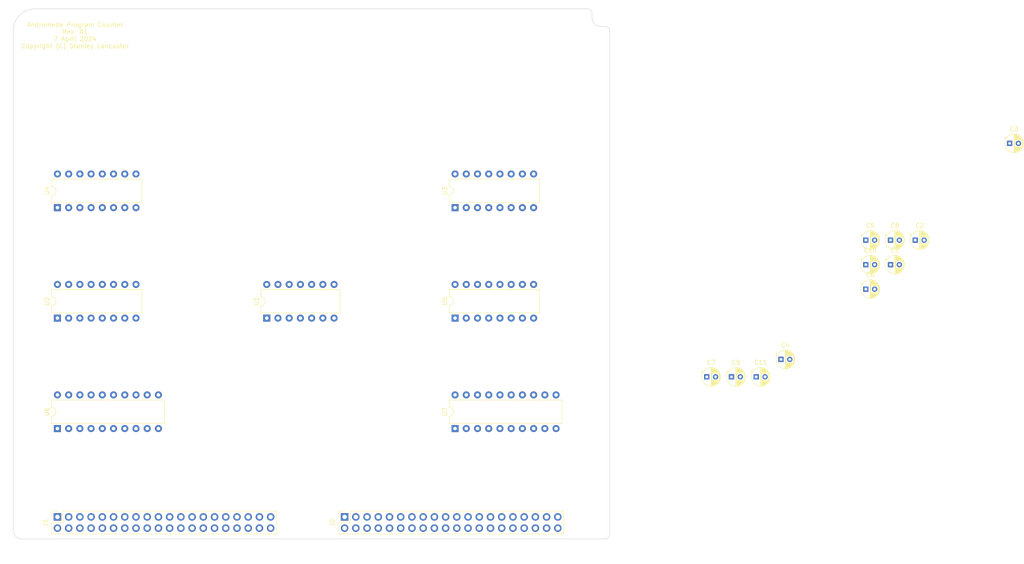
<source format=kicad_pcb>
(kicad_pcb (version 20211014) (generator pcbnew)
  (layers (0 "F.Cu" signal) (31 "B.Cu" signal) (34 "B.Paste" user) (35 "F.Paste" user) (36 "B.SilkS" user "B.Silkscreen") (37 "F.SilkS" user "F.Silkscreen") (38 "B.Mask" user) (39 "F.Mask" user) (44 "Edge.Cuts" user))
  (net 0 "")
  (net 1 "VCC")
  (net 2 "GND")
  (net 3 "/A2 (IR0)")
  (net 4 "/A39 (D0)")
  (net 5 "/A3 (IR1)")
  (net 6 "/A38 (D1)")
  (net 7 "/A4 (IR2)")
  (net 8 "/A37 (D2)")
  (net 9 "/A5 (IR3)")
  (net 10 "/A36 (D3)")
  (net 11 "/A6 (IR4)")
  (net 12 "/A35 (D4)")
  (net 13 "/A7 (IR5)")
  (net 14 "/A34 (D5)")
  (net 15 "/A8 (IR6)")
  (net 16 "/A33 (D6)")
  (net 17 "/A9 (IR7)")
  (net 18 "/A32 (D7)")
  (net 19 "/A10")
  (net 20 "/A31 (D8)")
  (net 21 "/A11")
  (net 22 "/A30 (D9)")
  (net 23 "/A12")
  (net 24 "/A29 (D10)")
  (net 25 "/A13")
  (net 26 "/A28 (D11)")
  (net 27 "/A14")
  (net 28 "/A27 (D12)")
  (net 29 "/A15 (IR.OUT.OE.INV)")
  (net 30 "/A26 (D13)")
  (net 31 "/A16 (IR.OUT.SE.INV)")
  (net 32 "/A25 (D14)")
  (net 33 "/A17 (IR.INP.INV)")
  (net 34 "/A24 (D15)")
  (net 35 "/A18 (ACC.OUT.INV)")
  (net 36 "/A23 (RST.INV)")
  (net 37 "/A19 (ACC.INP.INV)")
  (net 38 "/A22 (RST)")
  (net 39 "/B2 (PC.CNT)")
  (net 40 "/B39 (CLK.INV)")
  (net 41 "/B3 (PC.LD)")
  (net 42 "/B38")
  (net 43 "/B4 (PC.COND)")
  (net 44 "/B37")
  (net 45 "/B5 (PC.LDC)")
  (net 46 "/B36")
  (net 47 "/B6 (PC.OUT)")
  (net 48 "/B35")
  (net 49 "/B7")
  (net 50 "/B34")
  (net 51 "/B8")
  (net 52 "/B33")
  (net 53 "/B9")
  (net 54 "/B32")
  (net 55 "/B10")
  (net 56 "/B31")
  (net 57 "/B11")
  (net 58 "/B30")
  (net 59 "/B12")
  (net 60 "/B29")
  (net 61 "/B13")
  (net 62 "/B28")
  (net 63 "/B14")
  (net 64 "/B27")
  (net 65 "/B15")
  (net 66 "/B26")
  (net 67 "/B16")
  (net 68 "/B25")
  (net 69 "/B17")
  (net 70 "/B24")
  (net 71 "/B18")
  (net 72 "/B23")
  (net 73 "/B19")
  (net 74 "/B22 (CLK)")
  (net 75 "Net-(U1-Pad1)")
  (net 76 "/LD")
  (net 77 "Net-(U1-Pad10)")
  (net 78 "Net-(U1-Pad11)")
  (net 79 "/PC3")
  (net 80 "/PC2")
  (net 81 "/PC1")
  (net 82 "/PC0")
  (net 83 "Net-(U2-Pad15)")
  (net 84 "Net-(U3-Pad10)")
  (net 85 "/P11")
  (net 86 "/P10")
  (net 87 "/P9")
  (net 88 "/P8")
  (net 89 "Net-(U3-Pad15)")
  (net 90 "/PC7")
  (net 91 "/PC6")
  (net 92 "/PC5")
  (net 93 "/PC4")
  (net 94 "/P15")
  (net 95 "/P14")
  (net 96 "/P13")
  (net 97 "/P12")
  (footprint "Package_DIP:DIP-16_W7.62mm" (layer "F.Cu") (at 155 105 90)
    (fp_text reference "U5" (at 3.81 -2.33 90) (layer "F.SilkS"))
    (fp_text value "74LS161")
    (pad "1" thru_hole rect (at 0 0 90) (size 1.6 1.6) (drill 0.8) (layers *.Cu *.Mask) (net 36 "/A23 (RST.INV)"))
    (pad "2" thru_hole oval (at 0 2.54 90) (size 1.6 1.6) (drill 0.8) (layers *.Cu *.Mask) (net 74 "/B22 (CLK)"))
    (pad "3" thru_hole oval (at 0 5.08 90) (size 1.6 1.6) (drill 0.8) (layers *.Cu *.Mask) (net 28 "/A27 (D12)"))
    (pad "4" thru_hole oval (at 0 7.62 90) (size 1.6 1.6) (drill 0.8) (layers *.Cu *.Mask) (net 30 "/A26 (D13)"))
    (pad "5" thru_hole oval (at 0 10.16 90) (size 1.6 1.6) (drill 0.8) (layers *.Cu *.Mask) (net 32 "/A25 (D14)"))
    (pad "6" thru_hole oval (at 0 12.7 90) (size 1.6 1.6) (drill 0.8) (layers *.Cu *.Mask) (net 34 "/A24 (D15)"))
    (pad "7" thru_hole oval (at 0 15.24 90) (size 1.6 1.6) (drill 0.8) (layers *.Cu *.Mask) (net 39 "/B2 (PC.CNT)"))
    (pad "8" thru_hole oval (at 0 17.78 90) (size 1.6 1.6) (drill 0.8) (layers *.Cu *.Mask) (net 2 "GND"))
    (pad "9" thru_hole oval (at 7.62 17.78 90) (size 1.6 1.6) (drill 0.8) (layers *.Cu *.Mask) (net 76 "/LD"))
    (pad "10" thru_hole oval (at 7.62 15.24 90) (size 1.6 1.6) (drill 0.8) (layers *.Cu *.Mask) (net 89 "Net-(U3-Pad15)"))
    (pad "11" thru_hole oval (at 7.62 12.7 90) (size 1.6 1.6) (drill 0.8) (layers *.Cu *.Mask) (net 94 "/P15"))
    (pad "12" thru_hole oval (at 7.62 10.16 90) (size 1.6 1.6) (drill 0.8) (layers *.Cu *.Mask) (net 95 "/P14"))
    (pad "13" thru_hole oval (at 7.62 7.62 90) (size 1.6 1.6) (drill 0.8) (layers *.Cu *.Mask) (net 96 "/P13"))
    (pad "14" thru_hole oval (at 7.62 5.08 90) (size 1.6 1.6) (drill 0.8) (layers *.Cu *.Mask) (net 97 "/P12"))
    (pad "15" thru_hole oval (at 7.62 2.54 90) (size 1.6 1.6) (drill 0.8) (layers *.Cu *.Mask))
    (pad "16" thru_hole oval (at 7.62 0 90) (size 1.6 1.6) (drill 0.8) (layers *.Cu *.Mask) (net 1 "VCC"))
  )
  (footprint "Capacitor_THT:CP_Radial_D4.0mm_P2.00mm" (layer "F.Cu") (at 247.964801 92.9)
    (fp_text reference "C10" (at 1 -3.25) (layer "F.SilkS"))
    (fp_text value "22uf")
    (pad "1" thru_hole rect (at 0 0) (size 1.2 1.2) (drill 0.6) (layers *.Cu *.Mask) (net 1 "VCC"))
    (pad "2" thru_hole circle (at 2 0) (size 1.2 1.2) (drill 0.6) (layers *.Cu *.Mask) (net 2 "GND"))
  )
  (footprint "Capacitor_THT:CP_Radial_D4.0mm_P2.00mm" (layer "F.Cu") (at 211.964801 118.3)
    (fp_text reference "C7" (at 1 -3.25) (layer "F.SilkS"))
    (fp_text value "22uf")
    (pad "1" thru_hole rect (at 0 0) (size 1.2 1.2) (drill 0.6) (layers *.Cu *.Mask) (net 1 "VCC"))
    (pad "2" thru_hole circle (at 2 0) (size 1.2 1.2) (drill 0.6) (layers *.Cu *.Mask) (net 2 "GND"))
  )
  (footprint "Connector_PinSocket_2.54mm:PinSocket_2x20_P2.54mm_Vertical" (layer "F.Cu") (at 130 150 90)
    (fp_text reference "J2" (at -1.27 -2.77 90) (layer "F.SilkS"))
    (fp_text value "Conn_02x20_Odd_Even")
    (pad "1" thru_hole rect (at 0 0 90) (size 1.7 1.7) (drill 1) (layers *.Cu *.Mask) (net 1 "VCC"))
    (pad "2" thru_hole oval (at -2.54 0 90) (size 1.7 1.7) (drill 1) (layers *.Cu *.Mask) (net 1 "VCC"))
    (pad "3" thru_hole oval (at 0 2.54 90) (size 1.7 1.7) (drill 1) (layers *.Cu *.Mask) (net 39 "/B2 (PC.CNT)"))
    (pad "4" thru_hole oval (at -2.54 2.54 90) (size 1.7 1.7) (drill 1) (layers *.Cu *.Mask) (net 40 "/B39 (CLK.INV)"))
    (pad "5" thru_hole oval (at 0 5.08 90) (size 1.7 1.7) (drill 1) (layers *.Cu *.Mask) (net 41 "/B3 (PC.LD)"))
    (pad "6" thru_hole oval (at -2.54 5.08 90) (size 1.7 1.7) (drill 1) (layers *.Cu *.Mask) (net 42 "/B38"))
    (pad "7" thru_hole oval (at 0 7.62 90) (size 1.7 1.7) (drill 1) (layers *.Cu *.Mask) (net 43 "/B4 (PC.COND)"))
    (pad "8" thru_hole oval (at -2.54 7.62 90) (size 1.7 1.7) (drill 1) (layers *.Cu *.Mask) (net 44 "/B37"))
    (pad "9" thru_hole oval (at 0 10.16 90) (size 1.7 1.7) (drill 1) (layers *.Cu *.Mask) (net 45 "/B5 (PC.LDC)"))
    (pad "10" thru_hole oval (at -2.54 10.16 90) (size 1.7 1.7) (drill 1) (layers *.Cu *.Mask) (net 46 "/B36"))
    (pad "11" thru_hole oval (at 0 12.7 90) (size 1.7 1.7) (drill 1) (layers *.Cu *.Mask) (net 47 "/B6 (PC.OUT)"))
    (pad "12" thru_hole oval (at -2.54 12.7 90) (size 1.7 1.7) (drill 1) (layers *.Cu *.Mask) (net 48 "/B35"))
    (pad "13" thru_hole oval (at 0 15.24 90) (size 1.7 1.7) (drill 1) (layers *.Cu *.Mask) (net 49 "/B7"))
    (pad "14" thru_hole oval (at -2.54 15.24 90) (size 1.7 1.7) (drill 1) (layers *.Cu *.Mask) (net 50 "/B34"))
    (pad "15" thru_hole oval (at 0 17.78 90) (size 1.7 1.7) (drill 1) (layers *.Cu *.Mask) (net 51 "/B8"))
    (pad "16" thru_hole oval (at -2.54 17.78 90) (size 1.7 1.7) (drill 1) (layers *.Cu *.Mask) (net 52 "/B33"))
    (pad "17" thru_hole oval (at 0 20.32 90) (size 1.7 1.7) (drill 1) (layers *.Cu *.Mask) (net 53 "/B9"))
    (pad "18" thru_hole oval (at -2.54 20.32 90) (size 1.7 1.7) (drill 1) (layers *.Cu *.Mask) (net 54 "/B32"))
    (pad "19" thru_hole oval (at 0 22.86 90) (size 1.7 1.7) (drill 1) (layers *.Cu *.Mask) (net 55 "/B10"))
    (pad "20" thru_hole oval (at -2.54 22.86 90) (size 1.7 1.7) (drill 1) (layers *.Cu *.Mask) (net 56 "/B31"))
    (pad "21" thru_hole oval (at 0 25.4 90) (size 1.7 1.7) (drill 1) (layers *.Cu *.Mask) (net 57 "/B11"))
    (pad "22" thru_hole oval (at -2.54 25.4 90) (size 1.7 1.7) (drill 1) (layers *.Cu *.Mask) (net 58 "/B30"))
    (pad "23" thru_hole oval (at 0 27.94 90) (size 1.7 1.7) (drill 1) (layers *.Cu *.Mask) (net 59 "/B12"))
    (pad "24" thru_hole oval (at -2.54 27.94 90) (size 1.7 1.7) (drill 1) (layers *.Cu *.Mask) (net 60 "/B29"))
    (pad "25" thru_hole oval (at 0 30.48 90) (size 1.7 1.7) (drill 1) (layers *.Cu *.Mask) (net 61 "/B13"))
    (pad "26" thru_hole oval (at -2.54 30.48 90) (size 1.7 1.7) (drill 1) (layers *.Cu *.Mask) (net 62 "/B28"))
    (pad "27" thru_hole oval (at 0 33.02 90) (size 1.7 1.7) (drill 1) (layers *.Cu *.Mask) (net 63 "/B14"))
    (pad "28" thru_hole oval (at -2.54 33.02 90) (size 1.7 1.7) (drill 1) (layers *.Cu *.Mask) (net 64 "/B27"))
    (pad "29" thru_hole oval (at 0 35.56 90) (size 1.7 1.7) (drill 1) (layers *.Cu *.Mask) (net 65 "/B15"))
    (pad "30" thru_hole oval (at -2.54 35.56 90) (size 1.7 1.7) (drill 1) (layers *.Cu *.Mask) (net 66 "/B26"))
    (pad "31" thru_hole oval (at 0 38.1 90) (size 1.7 1.7) (drill 1) (layers *.Cu *.Mask) (net 67 "/B16"))
    (pad "32" thru_hole oval (at -2.54 38.1 90) (size 1.7 1.7) (drill 1) (layers *.Cu *.Mask) (net 68 "/B25"))
    (pad "33" thru_hole oval (at 0 40.64 90) (size 1.7 1.7) (drill 1) (layers *.Cu *.Mask) (net 69 "/B17"))
    (pad "34" thru_hole oval (at -2.54 40.64 90) (size 1.7 1.7) (drill 1) (layers *.Cu *.Mask) (net 70 "/B24"))
    (pad "35" thru_hole oval (at 0 43.18 90) (size 1.7 1.7) (drill 1) (layers *.Cu *.Mask) (net 71 "/B18"))
    (pad "36" thru_hole oval (at -2.54 43.18 90) (size 1.7 1.7) (drill 1) (layers *.Cu *.Mask) (net 72 "/B23"))
    (pad "37" thru_hole oval (at 0 45.72 90) (size 1.7 1.7) (drill 1) (layers *.Cu *.Mask) (net 73 "/B19"))
    (pad "38" thru_hole oval (at -2.54 45.72 90) (size 1.7 1.7) (drill 1) (layers *.Cu *.Mask) (net 74 "/B22 (CLK)"))
    (pad "39" thru_hole oval (at 0 48.26 90) (size 1.7 1.7) (drill 1) (layers *.Cu *.Mask) (net 2 "GND"))
    (pad "40" thru_hole oval (at -2.54 48.26 90) (size 1.7 1.7) (drill 1) (layers *.Cu *.Mask) (net 2 "GND"))
  )
  (footprint "Capacitor_THT:CP_Radial_D4.0mm_P2.00mm" (layer "F.Cu") (at 228.764801 114.35)
    (fp_text reference "C4" (at 1 -3.25) (layer "F.SilkS"))
    (fp_text value "22uf")
    (pad "1" thru_hole rect (at 0 0) (size 1.2 1.2) (drill 0.6) (layers *.Cu *.Mask) (net 1 "VCC"))
    (pad "2" thru_hole circle (at 2 0) (size 1.2 1.2) (drill 0.6) (layers *.Cu *.Mask) (net 2 "GND"))
  )
  (footprint "Capacitor_THT:CP_Radial_D4.0mm_P2.00mm" (layer "F.Cu") (at 217.564801 118.3)
    (fp_text reference "C9" (at 1 -3.25) (layer "F.SilkS"))
    (fp_text value "22uf")
    (pad "1" thru_hole rect (at 0 0) (size 1.2 1.2) (drill 0.6) (layers *.Cu *.Mask) (net 1 "VCC"))
    (pad "2" thru_hole circle (at 2 0) (size 1.2 1.2) (drill 0.6) (layers *.Cu *.Mask) (net 2 "GND"))
  )
  (footprint "Package_DIP:DIP-20_W7.62mm" (layer "F.Cu") (at 155 130 90)
    (fp_text reference "U7" (at 3.81 -2.33 90) (layer "F.SilkS"))
    (fp_text value "74LS245")
    (pad "1" thru_hole rect (at 0 0 90) (size 1.6 1.6) (drill 0.8) (layers *.Cu *.Mask) (net 1 "VCC"))
    (pad "2" thru_hole oval (at 0 2.54 90) (size 1.6 1.6) (drill 0.8) (layers *.Cu *.Mask) (net 88 "/P8"))
    (pad "3" thru_hole oval (at 0 5.08 90) (size 1.6 1.6) (drill 0.8) (layers *.Cu *.Mask) (net 87 "/P9"))
    (pad "4" thru_hole oval (at 0 7.62 90) (size 1.6 1.6) (drill 0.8) (layers *.Cu *.Mask) (net 86 "/P10"))
    (pad "5" thru_hole oval (at 0 10.16 90) (size 1.6 1.6) (drill 0.8) (layers *.Cu *.Mask) (net 85 "/P11"))
    (pad "6" thru_hole oval (at 0 12.7 90) (size 1.6 1.6) (drill 0.8) (layers *.Cu *.Mask) (net 97 "/P12"))
    (pad "7" thru_hole oval (at 0 15.24 90) (size 1.6 1.6) (drill 0.8) (layers *.Cu *.Mask) (net 96 "/P13"))
    (pad "8" thru_hole oval (at 0 17.78 90) (size 1.6 1.6) (drill 0.8) (layers *.Cu *.Mask) (net 95 "/P14"))
    (pad "9" thru_hole oval (at 0 20.32 90) (size 1.6 1.6) (drill 0.8) (layers *.Cu *.Mask) (net 94 "/P15"))
    (pad "10" thru_hole oval (at 0 22.86 90) (size 1.6 1.6) (drill 0.8) (layers *.Cu *.Mask) (net 2 "GND"))
    (pad "11" thru_hole oval (at 7.62 22.86 90) (size 1.6 1.6) (drill 0.8) (layers *.Cu *.Mask) (net 34 "/A24 (D15)"))
    (pad "12" thru_hole oval (at 7.62 20.32 90) (size 1.6 1.6) (drill 0.8) (layers *.Cu *.Mask) (net 32 "/A25 (D14)"))
    (pad "13" thru_hole oval (at 7.62 17.78 90) (size 1.6 1.6) (drill 0.8) (layers *.Cu *.Mask) (net 30 "/A26 (D13)"))
    (pad "14" thru_hole oval (at 7.62 15.24 90) (size 1.6 1.6) (drill 0.8) (layers *.Cu *.Mask) (net 28 "/A27 (D12)"))
    (pad "15" thru_hole oval (at 7.62 12.7 90) (size 1.6 1.6) (drill 0.8) (layers *.Cu *.Mask) (net 26 "/A28 (D11)"))
    (pad "16" thru_hole oval (at 7.62 10.16 90) (size 1.6 1.6) (drill 0.8) (layers *.Cu *.Mask) (net 24 "/A29 (D10)"))
    (pad "17" thru_hole oval (at 7.62 7.62 90) (size 1.6 1.6) (drill 0.8) (layers *.Cu *.Mask) (net 22 "/A30 (D9)"))
    (pad "18" thru_hole oval (at 7.62 5.08 90) (size 1.6 1.6) (drill 0.8) (layers *.Cu *.Mask) (net 20 "/A31 (D8)"))
    (pad "19" thru_hole oval (at 7.62 2.54 90) (size 1.6 1.6) (drill 0.8) (layers *.Cu *.Mask) (net 47 "/B6 (PC.OUT)"))
    (pad "20" thru_hole oval (at 7.62 0 90) (size 1.6 1.6) (drill 0.8) (layers *.Cu *.Mask) (net 1 "VCC"))
  )
  (footprint "Capacitor_THT:CP_Radial_D4.0mm_P2.00mm" (layer "F.Cu") (at 253.564801 92.9)
    (fp_text reference "C1" (at 1 -3.25) (layer "F.SilkS"))
    (fp_text value "22uf")
    (pad "1" thru_hole rect (at 0 0) (size 1.2 1.2) (drill 0.6) (layers *.Cu *.Mask) (net 1 "VCC"))
    (pad "2" thru_hole circle (at 2 0) (size 1.2 1.2) (drill 0.6) (layers *.Cu *.Mask) (net 2 "GND"))
  )
  (footprint "Package_DIP:DIP-16_W7.62mm" (layer "F.Cu") (at 155 80 90)
    (fp_text reference "U3" (at 3.81 -2.33 90) (layer "F.SilkS"))
    (fp_text value "74LS161")
    (pad "1" thru_hole rect (at 0 0 90) (size 1.6 1.6) (drill 0.8) (layers *.Cu *.Mask) (net 36 "/A23 (RST.INV)"))
    (pad "2" thru_hole oval (at 0 2.54 90) (size 1.6 1.6) (drill 0.8) (layers *.Cu *.Mask) (net 74 "/B22 (CLK)"))
    (pad "3" thru_hole oval (at 0 5.08 90) (size 1.6 1.6) (drill 0.8) (layers *.Cu *.Mask) (net 20 "/A31 (D8)"))
    (pad "4" thru_hole oval (at 0 7.62 90) (size 1.6 1.6) (drill 0.8) (layers *.Cu *.Mask) (net 22 "/A30 (D9)"))
    (pad "5" thru_hole oval (at 0 10.16 90) (size 1.6 1.6) (drill 0.8) (layers *.Cu *.Mask) (net 24 "/A29 (D10)"))
    (pad "6" thru_hole oval (at 0 12.7 90) (size 1.6 1.6) (drill 0.8) (layers *.Cu *.Mask) (net 26 "/A28 (D11)"))
    (pad "7" thru_hole oval (at 0 15.24 90) (size 1.6 1.6) (drill 0.8) (layers *.Cu *.Mask) (net 39 "/B2 (PC.CNT)"))
    (pad "8" thru_hole oval (at 0 17.78 90) (size 1.6 1.6) (drill 0.8) (layers *.Cu *.Mask) (net 2 "GND"))
    (pad "9" thru_hole oval (at 7.62 17.78 90) (size 1.6 1.6) (drill 0.8) (layers *.Cu *.Mask) (net 76 "/LD"))
    (pad "10" thru_hole oval (at 7.62 15.24 90) (size 1.6 1.6) (drill 0.8) (layers *.Cu *.Mask) (net 84 "Net-(U3-Pad10)"))
    (pad "11" thru_hole oval (at 7.62 12.7 90) (size 1.6 1.6) (drill 0.8) (layers *.Cu *.Mask) (net 85 "/P11"))
    (pad "12" thru_hole oval (at 7.62 10.16 90) (size 1.6 1.6) (drill 0.8) (layers *.Cu *.Mask) (net 86 "/P10"))
    (pad "13" thru_hole oval (at 7.62 7.62 90) (size 1.6 1.6) (drill 0.8) (layers *.Cu *.Mask) (net 87 "/P9"))
    (pad "14" thru_hole oval (at 7.62 5.08 90) (size 1.6 1.6) (drill 0.8) (layers *.Cu *.Mask) (net 88 "/P8"))
    (pad "15" thru_hole oval (at 7.62 2.54 90) (size 1.6 1.6) (drill 0.8) (layers *.Cu *.Mask) (net 89 "Net-(U3-Pad15)"))
    (pad "16" thru_hole oval (at 7.62 0 90) (size 1.6 1.6) (drill 0.8) (layers *.Cu *.Mask) (net 1 "VCC"))
  )
  (footprint "Capacitor_THT:CP_Radial_D4.0mm_P2.00mm" (layer "F.Cu") (at 253.564801 87.35)
    (fp_text reference "C8" (at 1 -3.25) (layer "F.SilkS"))
    (fp_text value "22uf")
    (pad "1" thru_hole rect (at 0 0) (size 1.2 1.2) (drill 0.6) (layers *.Cu *.Mask) (net 1 "VCC"))
    (pad "2" thru_hole circle (at 2 0) (size 1.2 1.2) (drill 0.6) (layers *.Cu *.Mask) (net 2 "GND"))
  )
  (footprint "Capacitor_THT:CP_Radial_D4.0mm_P2.00mm" (layer "F.Cu") (at 223.164801 118.3)
    (fp_text reference "C11" (at 1 -3.25) (layer "F.SilkS"))
    (fp_text value "22uf")
    (pad "1" thru_hole rect (at 0 0) (size 1.2 1.2) (drill 0.6) (layers *.Cu *.Mask) (net 1 "VCC"))
    (pad "2" thru_hole circle (at 2 0) (size 1.2 1.2) (drill 0.6) (layers *.Cu *.Mask) (net 2 "GND"))
  )
  (footprint "Package_DIP:DIP-16_W7.62mm" (layer "F.Cu") (at 65 80 90)
    (fp_text reference "U4" (at 3.81 -2.33 90) (layer "F.SilkS"))
    (fp_text value "74LS161")
    (pad "1" thru_hole rect (at 0 0 90) (size 1.6 1.6) (drill 0.8) (layers *.Cu *.Mask) (net 36 "/A23 (RST.INV)"))
    (pad "2" thru_hole oval (at 0 2.54 90) (size 1.6 1.6) (drill 0.8) (layers *.Cu *.Mask) (net 74 "/B22 (CLK)"))
    (pad "3" thru_hole oval (at 0 5.08 90) (size 1.6 1.6) (drill 0.8) (layers *.Cu *.Mask) (net 12 "/A35 (D4)"))
    (pad "4" thru_hole oval (at 0 7.62 90) (size 1.6 1.6) (drill 0.8) (layers *.Cu *.Mask) (net 14 "/A34 (D5)"))
    (pad "5" thru_hole oval (at 0 10.16 90) (size 1.6 1.6) (drill 0.8) (layers *.Cu *.Mask) (net 16 "/A33 (D6)"))
    (pad "6" thru_hole oval (at 0 12.7 90) (size 1.6 1.6) (drill 0.8) (layers *.Cu *.Mask) (net 18 "/A32 (D7)"))
    (pad "7" thru_hole oval (at 0 15.24 90) (size 1.6 1.6) (drill 0.8) (layers *.Cu *.Mask) (net 39 "/B2 (PC.CNT)"))
    (pad "8" thru_hole oval (at 0 17.78 90) (size 1.6 1.6) (drill 0.8) (layers *.Cu *.Mask) (net 2 "GND"))
    (pad "9" thru_hole oval (at 7.62 17.78 90) (size 1.6 1.6) (drill 0.8) (layers *.Cu *.Mask) (net 76 "/LD"))
    (pad "10" thru_hole oval (at 7.62 15.24 90) (size 1.6 1.6) (drill 0.8) (layers *.Cu *.Mask) (net 83 "Net-(U2-Pad15)"))
    (pad "11" thru_hole oval (at 7.62 12.7 90) (size 1.6 1.6) (drill 0.8) (layers *.Cu *.Mask) (net 90 "/PC7"))
    (pad "12" thru_hole oval (at 7.62 10.16 90) (size 1.6 1.6) (drill 0.8) (layers *.Cu *.Mask) (net 91 "/PC6"))
    (pad "13" thru_hole oval (at 7.62 7.62 90) (size 1.6 1.6) (drill 0.8) (layers *.Cu *.Mask) (net 92 "/PC5"))
    (pad "14" thru_hole oval (at 7.62 5.08 90) (size 1.6 1.6) (drill 0.8) (layers *.Cu *.Mask) (net 93 "/PC4"))
    (pad "15" thru_hole oval (at 7.62 2.54 90) (size 1.6 1.6) (drill 0.8) (layers *.Cu *.Mask) (net 84 "Net-(U3-Pad10)"))
    (pad "16" thru_hole oval (at 7.62 0 90) (size 1.6 1.6) (drill 0.8) (layers *.Cu *.Mask) (net 1 "VCC"))
  )
  (footprint "Package_DIP:DIP-16_W7.62mm" (layer "F.Cu") (at 65 105 90)
    (fp_text reference "U2" (at 3.81 -2.33 90) (layer "F.SilkS"))
    (fp_text value "74LS161")
    (pad "1" thru_hole rect (at 0 0 90) (size 1.6 1.6) (drill 0.8) (layers *.Cu *.Mask) (net 36 "/A23 (RST.INV)"))
    (pad "2" thru_hole oval (at 0 2.54 90) (size 1.6 1.6) (drill 0.8) (layers *.Cu *.Mask) (net 74 "/B22 (CLK)"))
    (pad "3" thru_hole oval (at 0 5.08 90) (size 1.6 1.6) (drill 0.8) (layers *.Cu *.Mask) (net 4 "/A39 (D0)"))
    (pad "4" thru_hole oval (at 0 7.62 90) (size 1.6 1.6) (drill 0.8) (layers *.Cu *.Mask) (net 6 "/A38 (D1)"))
    (pad "5" thru_hole oval (at 0 10.16 90) (size 1.6 1.6) (drill 0.8) (layers *.Cu *.Mask) (net 8 "/A37 (D2)"))
    (pad "6" thru_hole oval (at 0 12.7 90) (size 1.6 1.6) (drill 0.8) (layers *.Cu *.Mask) (net 10 "/A36 (D3)"))
    (pad "7" thru_hole oval (at 0 15.24 90) (size 1.6 1.6) (drill 0.8) (layers *.Cu *.Mask) (net 39 "/B2 (PC.CNT)"))
    (pad "8" thru_hole oval (at 0 17.78 90) (size 1.6 1.6) (drill 0.8) (layers *.Cu *.Mask) (net 2 "GND"))
    (pad "9" thru_hole oval (at 7.62 17.78 90) (size 1.6 1.6) (drill 0.8) (layers *.Cu *.Mask) (net 76 "/LD"))
    (pad "10" thru_hole oval (at 7.62 15.24 90) (size 1.6 1.6) (drill 0.8) (layers *.Cu *.Mask) (net 39 "/B2 (PC.CNT)"))
    (pad "11" thru_hole oval (at 7.62 12.7 90) (size 1.6 1.6) (drill 0.8) (layers *.Cu *.Mask) (net 79 "/PC3"))
    (pad "12" thru_hole oval (at 7.62 10.16 90) (size 1.6 1.6) (drill 0.8) (layers *.Cu *.Mask) (net 80 "/PC2"))
    (pad "13" thru_hole oval (at 7.62 7.62 90) (size 1.6 1.6) (drill 0.8) (layers *.Cu *.Mask) (net 81 "/PC1"))
    (pad "14" thru_hole oval (at 7.62 5.08 90) (size 1.6 1.6) (drill 0.8) (layers *.Cu *.Mask) (net 82 "/PC0"))
    (pad "15" thru_hole oval (at 7.62 2.54 90) (size 1.6 1.6) (drill 0.8) (layers *.Cu *.Mask) (net 83 "Net-(U2-Pad15)"))
    (pad "16" thru_hole oval (at 7.62 0 90) (size 1.6 1.6) (drill 0.8) (layers *.Cu *.Mask) (net 1 "VCC"))
  )
  (footprint "Connector_PinSocket_2.54mm:PinSocket_2x20_P2.54mm_Vertical" (layer "F.Cu") (at 65 150 90)
    (fp_text reference "J1" (at -1.27 -2.77 90) (layer "F.SilkS"))
    (fp_text value "Conn_02x20_Odd_Even")
    (pad "1" thru_hole rect (at 0 0 90) (size 1.7 1.7) (drill 1) (layers *.Cu *.Mask) (net 1 "VCC"))
    (pad "2" thru_hole oval (at -2.54 0 90) (size 1.7 1.7) (drill 1) (layers *.Cu *.Mask) (net 1 "VCC"))
    (pad "3" thru_hole oval (at 0 2.54 90) (size 1.7 1.7) (drill 1) (layers *.Cu *.Mask) (net 3 "/A2 (IR0)"))
    (pad "4" thru_hole oval (at -2.54 2.54 90) (size 1.7 1.7) (drill 1) (layers *.Cu *.Mask) (net 4 "/A39 (D0)"))
    (pad "5" thru_hole oval (at 0 5.08 90) (size 1.7 1.7) (drill 1) (layers *.Cu *.Mask) (net 5 "/A3 (IR1)"))
    (pad "6" thru_hole oval (at -2.54 5.08 90) (size 1.7 1.7) (drill 1) (layers *.Cu *.Mask) (net 6 "/A38 (D1)"))
    (pad "7" thru_hole oval (at 0 7.62 90) (size 1.7 1.7) (drill 1) (layers *.Cu *.Mask) (net 7 "/A4 (IR2)"))
    (pad "8" thru_hole oval (at -2.54 7.62 90) (size 1.7 1.7) (drill 1) (layers *.Cu *.Mask) (net 8 "/A37 (D2)"))
    (pad "9" thru_hole oval (at 0 10.16 90) (size 1.7 1.7) (drill 1) (layers *.Cu *.Mask) (net 9 "/A5 (IR3)"))
    (pad "10" thru_hole oval (at -2.54 10.16 90) (size 1.7 1.7) (drill 1) (layers *.Cu *.Mask) (net 10 "/A36 (D3)"))
    (pad "11" thru_hole oval (at 0 12.7 90) (size 1.7 1.7) (drill 1) (layers *.Cu *.Mask) (net 11 "/A6 (IR4)"))
    (pad "12" thru_hole oval (at -2.54 12.7 90) (size 1.7 1.7) (drill 1) (layers *.Cu *.Mask) (net 12 "/A35 (D4)"))
    (pad "13" thru_hole oval (at 0 15.24 90) (size 1.7 1.7) (drill 1) (layers *.Cu *.Mask) (net 13 "/A7 (IR5)"))
    (pad "14" thru_hole oval (at -2.54 15.24 90) (size 1.7 1.7) (drill 1) (layers *.Cu *.Mask) (net 14 "/A34 (D5)"))
    (pad "15" thru_hole oval (at 0 17.78 90) (size 1.7 1.7) (drill 1) (layers *.Cu *.Mask) (net 15 "/A8 (IR6)"))
    (pad "16" thru_hole oval (at -2.54 17.78 90) (size 1.7 1.7) (drill 1) (layers *.Cu *.Mask) (net 16 "/A33 (D6)"))
    (pad "17" thru_hole oval (at 0 20.32 90) (size 1.7 1.7) (drill 1) (layers *.Cu *.Mask) (net 17 "/A9 (IR7)"))
    (pad "18" thru_hole oval (at -2.54 20.32 90) (size 1.7 1.7) (drill 1) (layers *.Cu *.Mask) (net 18 "/A32 (D7)"))
    (pad "19" thru_hole oval (at 0 22.86 90) (size 1.7 1.7) (drill 1) (layers *.Cu *.Mask) (net 19 "/A10"))
    (pad "20" thru_hole oval (at -2.54 22.86 90) (size 1.7 1.7) (drill 1) (layers *.Cu *.Mask) (net 20 "/A31 (D8)"))
    (pad "21" thru_hole oval (at 0 25.4 90) (size 1.7 1.7) (drill 1) (layers *.Cu *.Mask) (net 21 "/A11"))
    (pad "22" thru_hole oval (at -2.54 25.4 90) (size 1.7 1.7) (drill 1) (layers *.Cu *.Mask) (net 22 "/A30 (D9)"))
    (pad "23" thru_hole oval (at 0 27.94 90) (size 1.7 1.7) (drill 1) (layers *.Cu *.Mask) (net 23 "/A12"))
    (pad "24" thru_hole oval (at -2.54 27.94 90) (size 1.7 1.7) (drill 1) (layers *.Cu *.Mask) (net 24 "/A29 (D10)"))
    (pad "25" thru_hole oval (at 0 30.48 90) (size 1.7 1.7) (drill 1) (layers *.Cu *.Mask) (net 25 "/A13"))
    (pad "26" thru_hole oval (at -2.54 30.48 90) (size 1.7 1.7) (drill 1) (layers *.Cu *.Mask) (net 26 "/A28 (D11)"))
    (pad "27" thru_hole oval (at 0 33.02 90) (size 1.7 1.7) (drill 1) (layers *.Cu *.Mask) (net 27 "/A14"))
    (pad "28" thru_hole oval (at -2.54 33.02 90) (size 1.7 1.7) (drill 1) (layers *.Cu *.Mask) (net 28 "/A27 (D12)"))
    (pad "29" thru_hole oval (at 0 35.56 90) (size 1.7 1.7) (drill 1) (layers *.Cu *.Mask) (net 29 "/A15 (IR.OUT.OE.INV)"))
    (pad "30" thru_hole oval (at -2.54 35.56 90) (size 1.7 1.7) (drill 1) (layers *.Cu *.Mask) (net 30 "/A26 (D13)"))
    (pad "31" thru_hole oval (at 0 38.1 90) (size 1.7 1.7) (drill 1) (layers *.Cu *.Mask) (net 31 "/A16 (IR.OUT.SE.INV)"))
    (pad "32" thru_hole oval (at -2.54 38.1 90) (size 1.7 1.7) (drill 1) (layers *.Cu *.Mask) (net 32 "/A25 (D14)"))
    (pad "33" thru_hole oval (at 0 40.64 90) (size 1.7 1.7) (drill 1) (layers *.Cu *.Mask) (net 33 "/A17 (IR.INP.INV)"))
    (pad "34" thru_hole oval (at -2.54 40.64 90) (size 1.7 1.7) (drill 1) (layers *.Cu *.Mask) (net 34 "/A24 (D15)"))
    (pad "35" thru_hole oval (at 0 43.18 90) (size 1.7 1.7) (drill 1) (layers *.Cu *.Mask) (net 35 "/A18 (ACC.OUT.INV)"))
    (pad "36" thru_hole oval (at -2.54 43.18 90) (size 1.7 1.7) (drill 1) (layers *.Cu *.Mask) (net 36 "/A23 (RST.INV)"))
    (pad "37" thru_hole oval (at 0 45.72 90) (size 1.7 1.7) (drill 1) (layers *.Cu *.Mask) (net 37 "/A19 (ACC.INP.INV)"))
    (pad "38" thru_hole oval (at -2.54 45.72 90) (size 1.7 1.7) (drill 1) (layers *.Cu *.Mask) (net 38 "/A22 (RST)"))
    (pad "39" thru_hole oval (at 0 48.26 90) (size 1.7 1.7) (drill 1) (layers *.Cu *.Mask) (net 2 "GND"))
    (pad "40" thru_hole oval (at -2.54 48.26 90) (size 1.7 1.7) (drill 1) (layers *.Cu *.Mask) (net 2 "GND"))
  )
  (footprint "Capacitor_THT:CP_Radial_D4.0mm_P2.00mm" (layer "F.Cu") (at 247.964801 87.35)
    (fp_text reference "C5" (at 1 -3.25) (layer "F.SilkS"))
    (fp_text value "22uf")
    (pad "1" thru_hole rect (at 0 0) (size 1.2 1.2) (drill 0.6) (layers *.Cu *.Mask) (net 1 "VCC"))
    (pad "2" thru_hole circle (at 2 0) (size 1.2 1.2) (drill 0.6) (layers *.Cu *.Mask) (net 2 "GND"))
  )
  (footprint "Capacitor_THT:CP_Radial_D4.0mm_P2.00mm" (layer "F.Cu") (at 280.514801 65.45)
    (fp_text reference "C3" (at 1 -3.25) (layer "F.SilkS"))
    (fp_text value "22uf")
    (pad "1" thru_hole rect (at 0 0) (size 1.2 1.2) (drill 0.6) (layers *.Cu *.Mask) (net 1 "VCC"))
    (pad "2" thru_hole circle (at 2 0) (size 1.2 1.2) (drill 0.6) (layers *.Cu *.Mask) (net 2 "GND"))
  )
  (footprint "Capacitor_THT:CP_Radial_D4.0mm_P2.00mm" (layer "F.Cu") (at 259.164801 87.35)
    (fp_text reference "C2" (at 1 -3.25) (layer "F.SilkS"))
    (fp_text value "22uf")
    (pad "1" thru_hole rect (at 0 0) (size 1.2 1.2) (drill 0.6) (layers *.Cu *.Mask) (net 1 "VCC"))
    (pad "2" thru_hole circle (at 2 0) (size 1.2 1.2) (drill 0.6) (layers *.Cu *.Mask) (net 2 "GND"))
  )
  (footprint "Capacitor_THT:CP_Radial_D4.0mm_P2.00mm" (layer "F.Cu") (at 247.964801 98.45)
    (fp_text reference "C6" (at 1 -3.25) (layer "F.SilkS"))
    (fp_text value "22uf")
    (pad "1" thru_hole rect (at 0 0) (size 1.2 1.2) (drill 0.6) (layers *.Cu *.Mask) (net 1 "VCC"))
    (pad "2" thru_hole circle (at 2 0) (size 1.2 1.2) (drill 0.6) (layers *.Cu *.Mask) (net 2 "GND"))
  )
  (footprint "Package_DIP:DIP-20_W7.62mm" (layer "F.Cu") (at 65 130 90)
    (fp_text reference "U6" (at 3.81 -2.33 90) (layer "F.SilkS"))
    (fp_text value "74LS245")
    (pad "1" thru_hole rect (at 0 0 90) (size 1.6 1.6) (drill 0.8) (layers *.Cu *.Mask) (net 1 "VCC"))
    (pad "2" thru_hole oval (at 0 2.54 90) (size 1.6 1.6) (drill 0.8) (layers *.Cu *.Mask) (net 82 "/PC0"))
    (pad "3" thru_hole oval (at 0 5.08 90) (size 1.6 1.6) (drill 0.8) (layers *.Cu *.Mask) (net 81 "/PC1"))
    (pad "4" thru_hole oval (at 0 7.62 90) (size 1.6 1.6) (drill 0.8) (layers *.Cu *.Mask) (net 80 "/PC2"))
    (pad "5" thru_hole oval (at 0 10.16 90) (size 1.6 1.6) (drill 0.8) (layers *.Cu *.Mask) (net 79 "/PC3"))
    (pad "6" thru_hole oval (at 0 12.7 90) (size 1.6 1.6) (drill 0.8) (layers *.Cu *.Mask) (net 93 "/PC4"))
    (pad "7" thru_hole oval (at 0 15.24 90) (size 1.6 1.6) (drill 0.8) (layers *.Cu *.Mask) (net 92 "/PC5"))
    (pad "8" thru_hole oval (at 0 17.78 90) (size 1.6 1.6) (drill 0.8) (layers *.Cu *.Mask) (net 91 "/PC6"))
    (pad "9" thru_hole oval (at 0 20.32 90) (size 1.6 1.6) (drill 0.8) (layers *.Cu *.Mask) (net 90 "/PC7"))
    (pad "10" thru_hole oval (at 0 22.86 90) (size 1.6 1.6) (drill 0.8) (layers *.Cu *.Mask) (net 2 "GND"))
    (pad "11" thru_hole oval (at 7.62 22.86 90) (size 1.6 1.6) (drill 0.8) (layers *.Cu *.Mask) (net 18 "/A32 (D7)"))
    (pad "12" thru_hole oval (at 7.62 20.32 90) (size 1.6 1.6) (drill 0.8) (layers *.Cu *.Mask) (net 16 "/A33 (D6)"))
    (pad "13" thru_hole oval (at 7.62 17.78 90) (size 1.6 1.6) (drill 0.8) (layers *.Cu *.Mask) (net 14 "/A34 (D5)"))
    (pad "14" thru_hole oval (at 7.62 15.24 90) (size 1.6 1.6) (drill 0.8) (layers *.Cu *.Mask) (net 12 "/A35 (D4)"))
    (pad "15" thru_hole oval (at 7.62 12.7 90) (size 1.6 1.6) (drill 0.8) (layers *.Cu *.Mask) (net 10 "/A36 (D3)"))
    (pad "16" thru_hole oval (at 7.62 10.16 90) (size 1.6 1.6) (drill 0.8) (layers *.Cu *.Mask) (net 8 "/A37 (D2)"))
    (pad "17" thru_hole oval (at 7.62 7.62 90) (size 1.6 1.6) (drill 0.8) (layers *.Cu *.Mask) (net 6 "/A38 (D1)"))
    (pad "18" thru_hole oval (at 7.62 5.08 90) (size 1.6 1.6) (drill 0.8) (layers *.Cu *.Mask) (net 4 "/A39 (D0)"))
    (pad "19" thru_hole oval (at 7.62 2.54 90) (size 1.6 1.6) (drill 0.8) (layers *.Cu *.Mask) (net 47 "/B6 (PC.OUT)"))
    (pad "20" thru_hole oval (at 7.62 0 90) (size 1.6 1.6) (drill 0.8) (layers *.Cu *.Mask) (net 1 "VCC"))
  )
  (footprint "Package_DIP:DIP-14_W7.62mm" (layer "F.Cu") (at 112.375 105 90)
    (fp_text reference "U1" (at 3.81 -2.33 90) (layer "F.SilkS"))
    (fp_text value "74LS00")
    (pad "1" thru_hole rect (at 0 0 90) (size 1.6 1.6) (drill 0.8) (layers *.Cu *.Mask) (net 75 "Net-(U1-Pad1)"))
    (pad "2" thru_hole oval (at 0 2.54 90) (size 1.6 1.6) (drill 0.8) (layers *.Cu *.Mask) (net 75 "Net-(U1-Pad1)"))
    (pad "3" thru_hole oval (at 0 5.08 90) (size 1.6 1.6) (drill 0.8) (layers *.Cu *.Mask) (net 76 "/LD"))
    (pad "4" thru_hole oval (at 0 7.62 90) (size 1.6 1.6) (drill 0.8) (layers *.Cu *.Mask) (net 43 "/B4 (PC.COND)"))
    (pad "5" thru_hole oval (at 0 10.16 90) (size 1.6 1.6) (drill 0.8) (layers *.Cu *.Mask) (net 45 "/B5 (PC.LDC)"))
    (pad "6" thru_hole oval (at 0 12.7 90) (size 1.6 1.6) (drill 0.8) (layers *.Cu *.Mask) (net 77 "Net-(U1-Pad10)"))
    (pad "7" thru_hole oval (at 0 15.24 90) (size 1.6 1.6) (drill 0.8) (layers *.Cu *.Mask) (net 2 "GND"))
    (pad "8" thru_hole oval (at 7.62 15.24 90) (size 1.6 1.6) (drill 0.8) (layers *.Cu *.Mask) (net 75 "Net-(U1-Pad1)"))
    (pad "9" thru_hole oval (at 7.62 12.7 90) (size 1.6 1.6) (drill 0.8) (layers *.Cu *.Mask) (net 78 "Net-(U1-Pad11)"))
    (pad "10" thru_hole oval (at 7.62 10.16 90) (size 1.6 1.6) (drill 0.8) (layers *.Cu *.Mask) (net 77 "Net-(U1-Pad10)"))
    (pad "11" thru_hole oval (at 7.62 7.62 90) (size 1.6 1.6) (drill 0.8) (layers *.Cu *.Mask) (net 78 "Net-(U1-Pad11)"))
    (pad "12" thru_hole oval (at 7.62 5.08 90) (size 1.6 1.6) (drill 0.8) (layers *.Cu *.Mask) (net 1 "VCC"))
    (pad "13" thru_hole oval (at 7.62 2.54 90) (size 1.6 1.6) (drill 0.8) (layers *.Cu *.Mask) (net 41 "/B3 (PC.LD)"))
    (pad "14" thru_hole oval (at 7.62 0 90) (size 1.6 1.6) (drill 0.8) (layers *.Cu *.Mask) (net 1 "VCC"))
  )
  (gr_arc (start 55 40) (mid 56.464466 36.464466) (end 60 35) (layer "Edge.Cuts") (width 0.1))
  (gr_arc (start 185 35) (mid 185.707107 35.292893) (end 186 36) (layer "Edge.Cuts") (width 0.1))
  (gr_line (start 186 37) (end 186 36) (layer "Edge.Cuts") (width 0.1))
  (gr_arc (start 188 39) (mid 186.585786 38.414214) (end 186 37) (layer "Edge.Cuts") (width 0.1))
  (gr_line (start 188 39) (end 189 39) (layer "Edge.Cuts") (width 0.1))
  (gr_line (start 190 154) (end 190 40) (layer "Edge.Cuts") (width 0.1))
  (gr_line (start 55 153) (end 55 40) (layer "Edge.Cuts") (width 0.1))
  (gr_arc (start 189 39) (mid 189.707107 39.292893) (end 190 40) (layer "Edge.Cuts") (width 0.1))
  (gr_line (start 185 35) (end 60 35) (layer "Edge.Cuts") (width 0.1))
  (gr_line (start 57 155) (end 189 155) (layer "Edge.Cuts") (width 0.1))
  (gr_arc (start 190 154) (mid 189.707107 154.707107) (end 189 155) (layer "Edge.Cuts") (width 0.1))
  (gr_arc (start 57 155) (mid 55.585786 154.414214) (end 55 153) (layer "Edge.Cuts") (width 0.1))
  (gr_text "Andromeda Program Counter\nRev. 01\n7 April 2024\nCopyright (C) Stanley Lancaster" (at 69 41) (layer "F.SilkS") (effects (font (size 1 1))))
)
</source>
